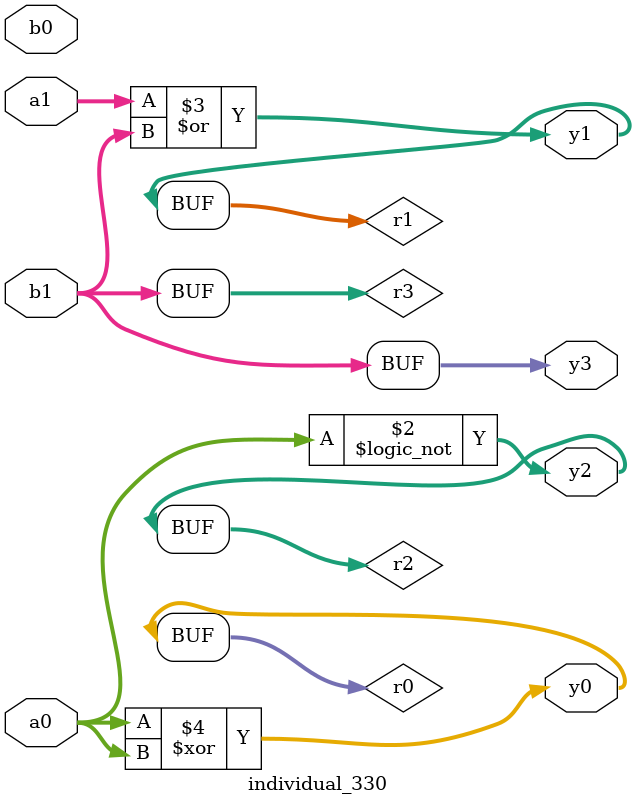
<source format=sv>
module individual_330(input logic [15:0] a1, input logic [15:0] a0, input logic [15:0] b1, input logic [15:0] b0, output logic [15:0] y3, output logic [15:0] y2, output logic [15:0] y1, output logic [15:0] y0);
logic [15:0] r0, r1, r2, r3; 
 always@(*) begin 
	 r0 = a0; r1 = a1; r2 = b0; r3 = b1; 
 	 r2 = ! r0 ;
 	 r1  |=  b1 ;
 	 r0  ^=  a0 ;
 	 y3 = r3; y2 = r2; y1 = r1; y0 = r0; 
end
endmodule
</source>
